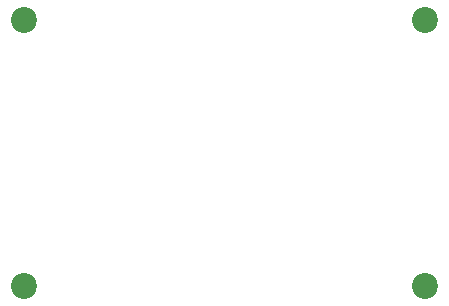
<source format=gbr>
%TF.GenerationSoftware,KiCad,Pcbnew,9.0.6*%
%TF.CreationDate,2026-01-08T09:33:58+01:00*%
%TF.ProjectId,Adapat_24pin_22pin,41646170-6174-45f3-9234-70696e5f3232,rev?*%
%TF.SameCoordinates,Original*%
%TF.FileFunction,NonPlated,1,4,NPTH,Drill*%
%TF.FilePolarity,Positive*%
%FSLAX46Y46*%
G04 Gerber Fmt 4.6, Leading zero omitted, Abs format (unit mm)*
G04 Created by KiCad (PCBNEW 9.0.6) date 2026-01-08 09:33:58*
%MOMM*%
%LPD*%
G01*
G04 APERTURE LIST*
%TA.AperFunction,ComponentDrill*%
%ADD10C,2.200000*%
%TD*%
G04 APERTURE END LIST*
D10*
%TO.C,H1*%
X18500000Y-26000000D03*
%TO.C,H3*%
X18500000Y-48500000D03*
%TO.C,H2*%
X52500000Y-26000000D03*
%TO.C,H4*%
X52500000Y-48500000D03*
M02*

</source>
